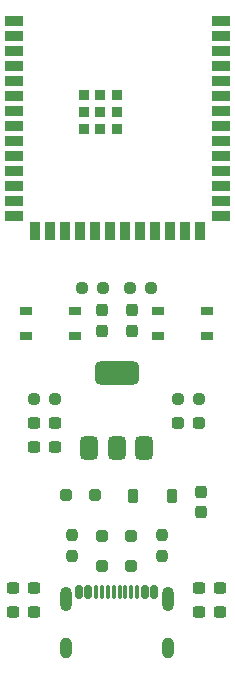
<source format=gtp>
G04 #@! TF.GenerationSoftware,KiCad,Pcbnew,8.0.3*
G04 #@! TF.CreationDate,2024-06-27T11:15:23-04:00*
G04 #@! TF.ProjectId,ESP32-S3-DevBoard,45535033-322d-4533-932d-446576426f61,rev?*
G04 #@! TF.SameCoordinates,Original*
G04 #@! TF.FileFunction,Paste,Top*
G04 #@! TF.FilePolarity,Positive*
%FSLAX46Y46*%
G04 Gerber Fmt 4.6, Leading zero omitted, Abs format (unit mm)*
G04 Created by KiCad (PCBNEW 8.0.3) date 2024-06-27 11:15:23*
%MOMM*%
%LPD*%
G01*
G04 APERTURE LIST*
G04 Aperture macros list*
%AMRoundRect*
0 Rectangle with rounded corners*
0 $1 Rounding radius*
0 $2 $3 $4 $5 $6 $7 $8 $9 X,Y pos of 4 corners*
0 Add a 4 corners polygon primitive as box body*
4,1,4,$2,$3,$4,$5,$6,$7,$8,$9,$2,$3,0*
0 Add four circle primitives for the rounded corners*
1,1,$1+$1,$2,$3*
1,1,$1+$1,$4,$5*
1,1,$1+$1,$6,$7*
1,1,$1+$1,$8,$9*
0 Add four rect primitives between the rounded corners*
20,1,$1+$1,$2,$3,$4,$5,0*
20,1,$1+$1,$4,$5,$6,$7,0*
20,1,$1+$1,$6,$7,$8,$9,0*
20,1,$1+$1,$8,$9,$2,$3,0*%
G04 Aperture macros list end*
%ADD10RoundRect,0.237500X-0.250000X-0.237500X0.250000X-0.237500X0.250000X0.237500X-0.250000X0.237500X0*%
%ADD11R,1.050000X0.650000*%
%ADD12RoundRect,0.375000X0.375000X-0.625000X0.375000X0.625000X-0.375000X0.625000X-0.375000X-0.625000X0*%
%ADD13RoundRect,0.500000X1.400000X-0.500000X1.400000X0.500000X-1.400000X0.500000X-1.400000X-0.500000X0*%
%ADD14RoundRect,0.237500X0.300000X0.237500X-0.300000X0.237500X-0.300000X-0.237500X0.300000X-0.237500X0*%
%ADD15RoundRect,0.237500X0.237500X-0.250000X0.237500X0.250000X-0.237500X0.250000X-0.237500X-0.250000X0*%
%ADD16R,0.900000X0.900000*%
%ADD17R,1.500000X0.900000*%
%ADD18R,0.900000X1.500000*%
%ADD19RoundRect,0.237500X-0.300000X-0.237500X0.300000X-0.237500X0.300000X0.237500X-0.300000X0.237500X0*%
%ADD20RoundRect,0.237500X-0.237500X0.300000X-0.237500X-0.300000X0.237500X-0.300000X0.237500X0.300000X0*%
%ADD21RoundRect,0.237500X0.250000X0.237500X-0.250000X0.237500X-0.250000X-0.237500X0.250000X-0.237500X0*%
%ADD22RoundRect,0.237500X-0.237500X0.250000X-0.237500X-0.250000X0.237500X-0.250000X0.237500X0.250000X0*%
%ADD23RoundRect,0.151100X-0.151100X-0.414300X0.151100X-0.414300X0.151100X0.414300X-0.151100X0.414300X0*%
%ADD24RoundRect,0.150000X-0.150000X-0.425000X0.150000X-0.425000X0.150000X0.425000X-0.150000X0.425000X0*%
%ADD25RoundRect,0.075000X-0.075000X-0.500000X0.075000X-0.500000X0.075000X0.500000X-0.075000X0.500000X0*%
%ADD26RoundRect,0.151300X-0.151300X-0.414100X0.151300X-0.414100X0.151300X0.414100X-0.151300X0.414100X0*%
%ADD27O,1.000000X2.100000*%
%ADD28O,1.000000X1.800000*%
%ADD29RoundRect,0.250000X0.250000X0.250000X-0.250000X0.250000X-0.250000X-0.250000X0.250000X-0.250000X0*%
%ADD30RoundRect,0.250000X0.250000X-0.250000X0.250000X0.250000X-0.250000X0.250000X-0.250000X-0.250000X0*%
%ADD31RoundRect,0.237500X-0.287500X-0.237500X0.287500X-0.237500X0.287500X0.237500X-0.287500X0.237500X0*%
%ADD32RoundRect,0.250000X-0.250000X0.250000X-0.250000X-0.250000X0.250000X-0.250000X0.250000X0.250000X0*%
%ADD33RoundRect,0.225000X-0.225000X-0.375000X0.225000X-0.375000X0.225000X0.375000X-0.225000X0.375000X0*%
G04 APERTURE END LIST*
D10*
X187555500Y-76962000D03*
X189380500Y-76962000D03*
D11*
X182837000Y-78935000D03*
X186987000Y-78935000D03*
X182837000Y-81085000D03*
X186987000Y-81085000D03*
X194013000Y-78935000D03*
X198163000Y-78935000D03*
X194013000Y-81085000D03*
X198163000Y-81085000D03*
D12*
X188200000Y-90526000D03*
X190500000Y-90526000D03*
D13*
X190500000Y-84226000D03*
D12*
X192800000Y-90526000D03*
D14*
X185266500Y-90424000D03*
X183541500Y-90424000D03*
D15*
X194310000Y-99718500D03*
X194310000Y-97893500D03*
D14*
X185266500Y-88392000D03*
X183541500Y-88392000D03*
D16*
X187700000Y-60696000D03*
X187700000Y-62096000D03*
X187700000Y-63496000D03*
X189100000Y-60696000D03*
X189100000Y-62096000D03*
X189100000Y-63496000D03*
X190500000Y-60696000D03*
X190500000Y-62096000D03*
X190500000Y-63496000D03*
D17*
X181850000Y-54376000D03*
X181850000Y-55646000D03*
X181850000Y-56916000D03*
X181850000Y-58186000D03*
X181850000Y-59456000D03*
X181850000Y-60726000D03*
X181850000Y-61996000D03*
X181850000Y-63266000D03*
X181850000Y-64536000D03*
X181850000Y-65806000D03*
X181850000Y-67076000D03*
X181850000Y-68346000D03*
X181850000Y-69616000D03*
X181850000Y-70886000D03*
D18*
X183615000Y-72136000D03*
X184885000Y-72136000D03*
X186155000Y-72136000D03*
X187425000Y-72136000D03*
X188695000Y-72136000D03*
X189965000Y-72136000D03*
X191235000Y-72136000D03*
X192505000Y-72136000D03*
X193775000Y-72136000D03*
X195045000Y-72136000D03*
X196315000Y-72136000D03*
X197585000Y-72136000D03*
D17*
X199350000Y-70886000D03*
X199350000Y-69616000D03*
X199350000Y-68346000D03*
X199350000Y-67076000D03*
X199350000Y-65806000D03*
X199350000Y-64536000D03*
X199350000Y-63266000D03*
X199350000Y-61996000D03*
X199350000Y-60726000D03*
X199350000Y-59456000D03*
X199350000Y-58186000D03*
X199350000Y-56916000D03*
X199350000Y-55646000D03*
X199350000Y-54376000D03*
D10*
X195683500Y-86360000D03*
X197508500Y-86360000D03*
D19*
X181763500Y-102362000D03*
X183488500Y-102362000D03*
D14*
X199236500Y-104394000D03*
X197511500Y-104394000D03*
D20*
X191770000Y-78893500D03*
X191770000Y-80618500D03*
D21*
X193444500Y-76962000D03*
X191619500Y-76962000D03*
D22*
X186690000Y-97893500D03*
X186690000Y-99718500D03*
D14*
X199236500Y-102362000D03*
X197511500Y-102362000D03*
D19*
X181763500Y-104394000D03*
X183488500Y-104394000D03*
D23*
X187302200Y-102736400D03*
D24*
X188100000Y-102746000D03*
D25*
X189250000Y-102746000D03*
X190250000Y-102746000D03*
X190750000Y-102746000D03*
X191750000Y-102746000D03*
D24*
X192900000Y-102746000D03*
D26*
X193702600Y-102736400D03*
X193702600Y-102736400D03*
D24*
X192900000Y-102746000D03*
D25*
X192250000Y-102746000D03*
X191250000Y-102746000D03*
X189750000Y-102746000D03*
X188750000Y-102746000D03*
D24*
X188100000Y-102746000D03*
D23*
X187302200Y-102736400D03*
D27*
X186180000Y-103321000D03*
D28*
X186180000Y-107501000D03*
D27*
X194820000Y-103321000D03*
D28*
X194820000Y-107501000D03*
D20*
X197612000Y-94260500D03*
X197612000Y-95985500D03*
X189230000Y-78893500D03*
X189230000Y-80618500D03*
D29*
X188702000Y-94488000D03*
X186202000Y-94488000D03*
D30*
X191750000Y-100500000D03*
X191750000Y-98000000D03*
D31*
X195721000Y-88392000D03*
X197471000Y-88392000D03*
D21*
X185316500Y-86360000D03*
X183491500Y-86360000D03*
D32*
X189250000Y-98000000D03*
X189250000Y-100500000D03*
D33*
X191898000Y-94615000D03*
X195198000Y-94615000D03*
M02*

</source>
